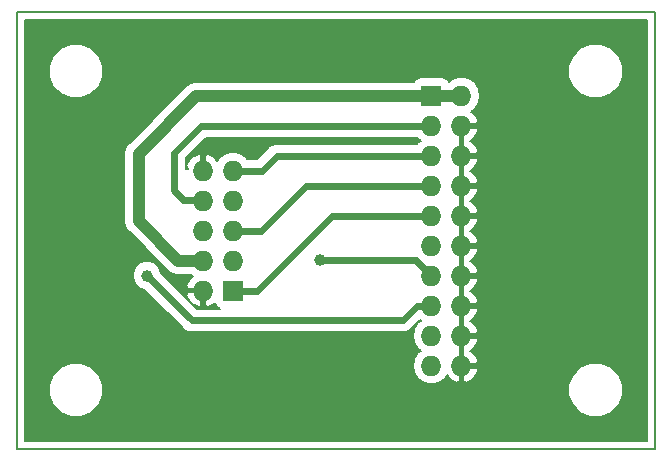
<source format=gbr>
G04 #@! TF.GenerationSoftware,KiCad,Pcbnew,5.0.1-33cea8e~68~ubuntu18.04.1*
G04 #@! TF.CreationDate,2018-10-27T22:05:29+03:00*
G04 #@! TF.ProjectId,BUS-BLASTER-AVR,4255532D424C41535445522D4156522E,v1.0*
G04 #@! TF.SameCoordinates,Original*
G04 #@! TF.FileFunction,Copper,L1,Top,Signal*
G04 #@! TF.FilePolarity,Positive*
%FSLAX46Y46*%
G04 Gerber Fmt 4.6, Leading zero omitted, Abs format (unit mm)*
G04 Created by KiCad (PCBNEW 5.0.1-33cea8e~68~ubuntu18.04.1) date la 27. lokakuuta 2018 22.05.29*
%MOMM*%
%LPD*%
G01*
G04 APERTURE LIST*
G04 #@! TA.AperFunction,NonConductor*
%ADD10C,0.150000*%
G04 #@! TD*
G04 #@! TA.AperFunction,ComponentPad*
%ADD11R,1.727200X1.727200*%
G04 #@! TD*
G04 #@! TA.AperFunction,ComponentPad*
%ADD12O,1.727200X1.727200*%
G04 #@! TD*
G04 #@! TA.AperFunction,ViaPad*
%ADD13C,1.000000*%
G04 #@! TD*
G04 #@! TA.AperFunction,Conductor*
%ADD14C,0.600000*%
G04 #@! TD*
G04 #@! TA.AperFunction,Conductor*
%ADD15C,1.000000*%
G04 #@! TD*
G04 #@! TA.AperFunction,Conductor*
%ADD16C,0.200000*%
G04 #@! TD*
G04 APERTURE END LIST*
D10*
X48000000Y-50000000D02*
X102000000Y-50000000D01*
X102000000Y-87000000D02*
X102000000Y-50000000D01*
X48000000Y-87000000D02*
X102000000Y-87000000D01*
X48000000Y-50000000D02*
X48000000Y-87000000D01*
D11*
G04 #@! TO.P,J1,1*
G04 #@! TO.N,TCK*
X66300000Y-73580000D03*
D12*
G04 #@! TO.P,J1,2*
G04 #@! TO.N,GND*
X63760000Y-73580000D03*
G04 #@! TO.P,J1,3*
G04 #@! TO.N,TDO*
X66300000Y-71040000D03*
G04 #@! TO.P,J1,4*
G04 #@! TO.N,VREF*
X63760000Y-71040000D03*
G04 #@! TO.P,J1,5*
G04 #@! TO.N,TMS*
X66300000Y-68500000D03*
G04 #@! TO.P,J1,6*
G04 #@! TO.N,nSRST*
X63760000Y-68500000D03*
G04 #@! TO.P,J1,7*
G04 #@! TO.N,Net-(J1-Pad7)*
X66300000Y-65960000D03*
G04 #@! TO.P,J1,8*
G04 #@! TO.N,nTRST*
X63760000Y-65960000D03*
G04 #@! TO.P,J1,9*
G04 #@! TO.N,TDI*
X66300000Y-63420000D03*
G04 #@! TO.P,J1,10*
G04 #@! TO.N,GND*
X63760000Y-63420000D03*
G04 #@! TD*
D11*
G04 #@! TO.P,J2,1*
G04 #@! TO.N,VREF*
X83100000Y-57080000D03*
D12*
G04 #@! TO.P,J2,2*
X85640000Y-57080000D03*
G04 #@! TO.P,J2,3*
G04 #@! TO.N,nTRST*
X83100000Y-59620000D03*
G04 #@! TO.P,J2,4*
G04 #@! TO.N,GND*
X85640000Y-59620000D03*
G04 #@! TO.P,J2,5*
G04 #@! TO.N,TDI*
X83100000Y-62160000D03*
G04 #@! TO.P,J2,6*
G04 #@! TO.N,GND*
X85640000Y-62160000D03*
G04 #@! TO.P,J2,7*
G04 #@! TO.N,TMS*
X83100000Y-64700000D03*
G04 #@! TO.P,J2,8*
G04 #@! TO.N,GND*
X85640000Y-64700000D03*
G04 #@! TO.P,J2,9*
G04 #@! TO.N,TCK*
X83100000Y-67240000D03*
G04 #@! TO.P,J2,10*
G04 #@! TO.N,GND*
X85640000Y-67240000D03*
G04 #@! TO.P,J2,11*
G04 #@! TO.N,Net-(J2-Pad11)*
X83100000Y-69780000D03*
G04 #@! TO.P,J2,12*
G04 #@! TO.N,GND*
X85640000Y-69780000D03*
G04 #@! TO.P,J2,13*
G04 #@! TO.N,TDO*
X83100000Y-72320000D03*
G04 #@! TO.P,J2,14*
G04 #@! TO.N,GND*
X85640000Y-72320000D03*
G04 #@! TO.P,J2,15*
G04 #@! TO.N,nSRST*
X83100000Y-74860000D03*
G04 #@! TO.P,J2,16*
G04 #@! TO.N,GND*
X85640000Y-74860000D03*
G04 #@! TO.P,J2,17*
G04 #@! TO.N,Net-(J2-Pad17)*
X83100000Y-77400000D03*
G04 #@! TO.P,J2,18*
G04 #@! TO.N,GND*
X85640000Y-77400000D03*
G04 #@! TO.P,J2,19*
G04 #@! TO.N,Net-(J2-Pad19)*
X83100000Y-79940000D03*
G04 #@! TO.P,J2,20*
G04 #@! TO.N,GND*
X85640000Y-79940000D03*
G04 #@! TD*
D13*
G04 #@! TO.N,GND*
X67800000Y-61300000D03*
G04 #@! TO.N,TDO*
X73700000Y-71000000D03*
G04 #@! TO.N,nSRST*
X59000000Y-72300000D03*
G04 #@! TD*
D14*
G04 #@! TO.N,TCK*
X83100000Y-67260000D02*
X74640000Y-67260000D01*
X74640000Y-67260000D02*
X68320000Y-73580000D01*
X68320000Y-73580000D02*
X66300000Y-73580000D01*
G04 #@! TO.N,TDO*
X81760000Y-71000000D02*
X73700000Y-71000000D01*
X83100000Y-72340000D02*
X81760000Y-71000000D01*
D15*
G04 #@! TO.N,VREF*
X83100000Y-57100000D02*
X63200000Y-57100000D01*
X63200000Y-57100000D02*
X58300000Y-62000000D01*
X58300000Y-62000000D02*
X58300000Y-67700000D01*
X61640000Y-71040000D02*
X63760000Y-71040000D01*
X58300000Y-67700000D02*
X61640000Y-71040000D01*
X83100000Y-57100000D02*
X85640000Y-57100000D01*
D14*
G04 #@! TO.N,TMS*
X83100000Y-64720000D02*
X72480000Y-64720000D01*
X72480000Y-64720000D02*
X68700000Y-68500000D01*
X68700000Y-68500000D02*
X66300000Y-68500000D01*
G04 #@! TO.N,nSRST*
X80658686Y-76100000D02*
X62800000Y-76100000D01*
X62800000Y-76100000D02*
X59000000Y-72300000D01*
X83100000Y-74880000D02*
X81878686Y-74880000D01*
X81878686Y-74880000D02*
X80658686Y-76100000D01*
G04 #@! TO.N,nTRST*
X62100000Y-65900000D02*
X63700000Y-65900000D01*
X61300000Y-65100000D02*
X62100000Y-65900000D01*
X61300000Y-61900000D02*
X61300000Y-65100000D01*
X83100000Y-59640000D02*
X63560000Y-59640000D01*
X63700000Y-65900000D02*
X63760000Y-65960000D01*
X63560000Y-59640000D02*
X61300000Y-61900000D01*
G04 #@! TO.N,TDI*
X83100000Y-62180000D02*
X70020000Y-62180000D01*
X70020000Y-62180000D02*
X68780000Y-63420000D01*
X68780000Y-63420000D02*
X66300000Y-63420000D01*
G04 #@! TD*
D16*
G04 #@! TO.N,GND*
G36*
X101325000Y-86325000D02*
X48675000Y-86325000D01*
X48675000Y-81542501D01*
X50700000Y-81542501D01*
X50700000Y-82457499D01*
X51050154Y-83302846D01*
X51697154Y-83949846D01*
X52542501Y-84300000D01*
X53457499Y-84300000D01*
X54302846Y-83949846D01*
X54949846Y-83302846D01*
X55300000Y-82457499D01*
X55300000Y-81542501D01*
X94700000Y-81542501D01*
X94700000Y-82457499D01*
X95050154Y-83302846D01*
X95697154Y-83949846D01*
X96542501Y-84300000D01*
X97457499Y-84300000D01*
X98302846Y-83949846D01*
X98949846Y-83302846D01*
X99300000Y-82457499D01*
X99300000Y-81542501D01*
X98949846Y-80697154D01*
X98302846Y-80050154D01*
X97457499Y-79700000D01*
X96542501Y-79700000D01*
X95697154Y-80050154D01*
X95050154Y-80697154D01*
X94700000Y-81542501D01*
X55300000Y-81542501D01*
X54949846Y-80697154D01*
X54302846Y-80050154D01*
X53457499Y-79700000D01*
X52542501Y-79700000D01*
X51697154Y-80050154D01*
X51050154Y-80697154D01*
X50700000Y-81542501D01*
X48675000Y-81542501D01*
X48675000Y-62000000D01*
X57076491Y-62000000D01*
X57100000Y-62118188D01*
X57100001Y-67581808D01*
X57076491Y-67700000D01*
X57169625Y-68168216D01*
X57169626Y-68168217D01*
X57434849Y-68565152D01*
X57535047Y-68632102D01*
X60707898Y-71804954D01*
X60774848Y-71905152D01*
X61154126Y-72158577D01*
X61171783Y-72170375D01*
X61639999Y-72263509D01*
X61758187Y-72240000D01*
X62741523Y-72240000D01*
X62942144Y-72374050D01*
X62864000Y-72412598D01*
X62485459Y-72844346D01*
X62338589Y-73198951D01*
X62449417Y-73426000D01*
X63606000Y-73426000D01*
X63606000Y-73406000D01*
X63914000Y-73406000D01*
X63914000Y-73426000D01*
X63934000Y-73426000D01*
X63934000Y-73734000D01*
X63914000Y-73734000D01*
X63914000Y-74891532D01*
X64141051Y-75001423D01*
X64656000Y-74747402D01*
X64759611Y-74629228D01*
X64777015Y-74716726D01*
X64931729Y-74948271D01*
X65158807Y-75100000D01*
X63214214Y-75100000D01*
X62075263Y-73961049D01*
X62338589Y-73961049D01*
X62485459Y-74315654D01*
X62864000Y-74747402D01*
X63378949Y-75001423D01*
X63606000Y-74891532D01*
X63606000Y-73734000D01*
X62449417Y-73734000D01*
X62338589Y-73961049D01*
X62075263Y-73961049D01*
X60200000Y-72085788D01*
X60200000Y-72061305D01*
X60017311Y-71620255D01*
X59679745Y-71282689D01*
X59238695Y-71100000D01*
X58761305Y-71100000D01*
X58320255Y-71282689D01*
X57982689Y-71620255D01*
X57800000Y-72061305D01*
X57800000Y-72538695D01*
X57982689Y-72979745D01*
X58320255Y-73317311D01*
X58761305Y-73500000D01*
X58785788Y-73500000D01*
X62023249Y-76737463D01*
X62079040Y-76820960D01*
X62409819Y-77041979D01*
X62701510Y-77100000D01*
X62800000Y-77119591D01*
X62898490Y-77100000D01*
X80560196Y-77100000D01*
X80658686Y-77119591D01*
X80757176Y-77100000D01*
X81048867Y-77041979D01*
X81379646Y-76820960D01*
X81435440Y-76737458D01*
X82100332Y-76072567D01*
X82186286Y-76130000D01*
X81972708Y-76272708D01*
X81627122Y-76789914D01*
X81505768Y-77400000D01*
X81627122Y-78010086D01*
X81972708Y-78527292D01*
X82186286Y-78670000D01*
X81972708Y-78812708D01*
X81627122Y-79329914D01*
X81505768Y-79940000D01*
X81627122Y-80550086D01*
X81972708Y-81067292D01*
X82489914Y-81412878D01*
X82946003Y-81503600D01*
X83253997Y-81503600D01*
X83710086Y-81412878D01*
X84227292Y-81067292D01*
X84435556Y-80755603D01*
X84744000Y-81107402D01*
X85258949Y-81361423D01*
X85486000Y-81251532D01*
X85486000Y-80094000D01*
X85794000Y-80094000D01*
X85794000Y-81251532D01*
X86021051Y-81361423D01*
X86536000Y-81107402D01*
X86914541Y-80675654D01*
X87061411Y-80321049D01*
X86950583Y-80094000D01*
X85794000Y-80094000D01*
X85486000Y-80094000D01*
X85466000Y-80094000D01*
X85466000Y-79786000D01*
X85486000Y-79786000D01*
X85486000Y-77554000D01*
X85794000Y-77554000D01*
X85794000Y-79786000D01*
X86950583Y-79786000D01*
X87061411Y-79558951D01*
X86914541Y-79204346D01*
X86536000Y-78772598D01*
X86328014Y-78670000D01*
X86536000Y-78567402D01*
X86914541Y-78135654D01*
X87061411Y-77781049D01*
X86950583Y-77554000D01*
X85794000Y-77554000D01*
X85486000Y-77554000D01*
X85466000Y-77554000D01*
X85466000Y-77246000D01*
X85486000Y-77246000D01*
X85486000Y-75014000D01*
X85794000Y-75014000D01*
X85794000Y-77246000D01*
X86950583Y-77246000D01*
X87061411Y-77018951D01*
X86914541Y-76664346D01*
X86536000Y-76232598D01*
X86328014Y-76130000D01*
X86536000Y-76027402D01*
X86914541Y-75595654D01*
X87061411Y-75241049D01*
X86950583Y-75014000D01*
X85794000Y-75014000D01*
X85486000Y-75014000D01*
X85466000Y-75014000D01*
X85466000Y-74706000D01*
X85486000Y-74706000D01*
X85486000Y-72474000D01*
X85794000Y-72474000D01*
X85794000Y-74706000D01*
X86950583Y-74706000D01*
X87061411Y-74478951D01*
X86914541Y-74124346D01*
X86536000Y-73692598D01*
X86328014Y-73590000D01*
X86536000Y-73487402D01*
X86914541Y-73055654D01*
X87061411Y-72701049D01*
X86950583Y-72474000D01*
X85794000Y-72474000D01*
X85486000Y-72474000D01*
X85466000Y-72474000D01*
X85466000Y-72166000D01*
X85486000Y-72166000D01*
X85486000Y-69934000D01*
X85794000Y-69934000D01*
X85794000Y-72166000D01*
X86950583Y-72166000D01*
X87061411Y-71938951D01*
X86914541Y-71584346D01*
X86536000Y-71152598D01*
X86328014Y-71050000D01*
X86536000Y-70947402D01*
X86914541Y-70515654D01*
X87061411Y-70161049D01*
X86950583Y-69934000D01*
X85794000Y-69934000D01*
X85486000Y-69934000D01*
X85466000Y-69934000D01*
X85466000Y-69626000D01*
X85486000Y-69626000D01*
X85486000Y-67394000D01*
X85794000Y-67394000D01*
X85794000Y-69626000D01*
X86950583Y-69626000D01*
X87061411Y-69398951D01*
X86914541Y-69044346D01*
X86536000Y-68612598D01*
X86328014Y-68510000D01*
X86536000Y-68407402D01*
X86914541Y-67975654D01*
X87061411Y-67621049D01*
X86950583Y-67394000D01*
X85794000Y-67394000D01*
X85486000Y-67394000D01*
X85466000Y-67394000D01*
X85466000Y-67086000D01*
X85486000Y-67086000D01*
X85486000Y-64854000D01*
X85794000Y-64854000D01*
X85794000Y-67086000D01*
X86950583Y-67086000D01*
X87061411Y-66858951D01*
X86914541Y-66504346D01*
X86536000Y-66072598D01*
X86328014Y-65970000D01*
X86536000Y-65867402D01*
X86914541Y-65435654D01*
X87061411Y-65081049D01*
X86950583Y-64854000D01*
X85794000Y-64854000D01*
X85486000Y-64854000D01*
X85466000Y-64854000D01*
X85466000Y-64546000D01*
X85486000Y-64546000D01*
X85486000Y-62314000D01*
X85794000Y-62314000D01*
X85794000Y-64546000D01*
X86950583Y-64546000D01*
X87061411Y-64318951D01*
X86914541Y-63964346D01*
X86536000Y-63532598D01*
X86328014Y-63430000D01*
X86536000Y-63327402D01*
X86914541Y-62895654D01*
X87061411Y-62541049D01*
X86950583Y-62314000D01*
X85794000Y-62314000D01*
X85486000Y-62314000D01*
X85466000Y-62314000D01*
X85466000Y-62006000D01*
X85486000Y-62006000D01*
X85486000Y-59774000D01*
X85794000Y-59774000D01*
X85794000Y-62006000D01*
X86950583Y-62006000D01*
X87061411Y-61778951D01*
X86914541Y-61424346D01*
X86536000Y-60992598D01*
X86328014Y-60890000D01*
X86536000Y-60787402D01*
X86914541Y-60355654D01*
X87061411Y-60001049D01*
X86950583Y-59774000D01*
X85794000Y-59774000D01*
X85486000Y-59774000D01*
X85466000Y-59774000D01*
X85466000Y-59466000D01*
X85486000Y-59466000D01*
X85486000Y-59446000D01*
X85794000Y-59446000D01*
X85794000Y-59466000D01*
X86950583Y-59466000D01*
X87061411Y-59238951D01*
X86914541Y-58884346D01*
X86536000Y-58452598D01*
X86457856Y-58414050D01*
X86767292Y-58207292D01*
X87112878Y-57690086D01*
X87234232Y-57080000D01*
X87112878Y-56469914D01*
X86767292Y-55952708D01*
X86250086Y-55607122D01*
X85793997Y-55516400D01*
X85486003Y-55516400D01*
X85029914Y-55607122D01*
X84593305Y-55898855D01*
X84468271Y-55711729D01*
X84236726Y-55557015D01*
X83963600Y-55502687D01*
X82236400Y-55502687D01*
X81963274Y-55557015D01*
X81731729Y-55711729D01*
X81605930Y-55900000D01*
X63318186Y-55900000D01*
X63199999Y-55876491D01*
X63081813Y-55900000D01*
X63081812Y-55900000D01*
X62731783Y-55969625D01*
X62334848Y-56234848D01*
X62267898Y-56335046D01*
X57535049Y-61067896D01*
X57434848Y-61134848D01*
X57184301Y-61509820D01*
X57169625Y-61531784D01*
X57076491Y-62000000D01*
X48675000Y-62000000D01*
X48675000Y-54542501D01*
X50700000Y-54542501D01*
X50700000Y-55457499D01*
X51050154Y-56302846D01*
X51697154Y-56949846D01*
X52542501Y-57300000D01*
X53457499Y-57300000D01*
X54302846Y-56949846D01*
X54949846Y-56302846D01*
X55300000Y-55457499D01*
X55300000Y-54542501D01*
X94700000Y-54542501D01*
X94700000Y-55457499D01*
X95050154Y-56302846D01*
X95697154Y-56949846D01*
X96542501Y-57300000D01*
X97457499Y-57300000D01*
X98302846Y-56949846D01*
X98949846Y-56302846D01*
X99300000Y-55457499D01*
X99300000Y-54542501D01*
X98949846Y-53697154D01*
X98302846Y-53050154D01*
X97457499Y-52700000D01*
X96542501Y-52700000D01*
X95697154Y-53050154D01*
X95050154Y-53697154D01*
X94700000Y-54542501D01*
X55300000Y-54542501D01*
X54949846Y-53697154D01*
X54302846Y-53050154D01*
X53457499Y-52700000D01*
X52542501Y-52700000D01*
X51697154Y-53050154D01*
X51050154Y-53697154D01*
X50700000Y-54542501D01*
X48675000Y-54542501D01*
X48675000Y-50675000D01*
X101325001Y-50675000D01*
X101325000Y-86325000D01*
X101325000Y-86325000D01*
G37*
X101325000Y-86325000D02*
X48675000Y-86325000D01*
X48675000Y-81542501D01*
X50700000Y-81542501D01*
X50700000Y-82457499D01*
X51050154Y-83302846D01*
X51697154Y-83949846D01*
X52542501Y-84300000D01*
X53457499Y-84300000D01*
X54302846Y-83949846D01*
X54949846Y-83302846D01*
X55300000Y-82457499D01*
X55300000Y-81542501D01*
X94700000Y-81542501D01*
X94700000Y-82457499D01*
X95050154Y-83302846D01*
X95697154Y-83949846D01*
X96542501Y-84300000D01*
X97457499Y-84300000D01*
X98302846Y-83949846D01*
X98949846Y-83302846D01*
X99300000Y-82457499D01*
X99300000Y-81542501D01*
X98949846Y-80697154D01*
X98302846Y-80050154D01*
X97457499Y-79700000D01*
X96542501Y-79700000D01*
X95697154Y-80050154D01*
X95050154Y-80697154D01*
X94700000Y-81542501D01*
X55300000Y-81542501D01*
X54949846Y-80697154D01*
X54302846Y-80050154D01*
X53457499Y-79700000D01*
X52542501Y-79700000D01*
X51697154Y-80050154D01*
X51050154Y-80697154D01*
X50700000Y-81542501D01*
X48675000Y-81542501D01*
X48675000Y-62000000D01*
X57076491Y-62000000D01*
X57100000Y-62118188D01*
X57100001Y-67581808D01*
X57076491Y-67700000D01*
X57169625Y-68168216D01*
X57169626Y-68168217D01*
X57434849Y-68565152D01*
X57535047Y-68632102D01*
X60707898Y-71804954D01*
X60774848Y-71905152D01*
X61154126Y-72158577D01*
X61171783Y-72170375D01*
X61639999Y-72263509D01*
X61758187Y-72240000D01*
X62741523Y-72240000D01*
X62942144Y-72374050D01*
X62864000Y-72412598D01*
X62485459Y-72844346D01*
X62338589Y-73198951D01*
X62449417Y-73426000D01*
X63606000Y-73426000D01*
X63606000Y-73406000D01*
X63914000Y-73406000D01*
X63914000Y-73426000D01*
X63934000Y-73426000D01*
X63934000Y-73734000D01*
X63914000Y-73734000D01*
X63914000Y-74891532D01*
X64141051Y-75001423D01*
X64656000Y-74747402D01*
X64759611Y-74629228D01*
X64777015Y-74716726D01*
X64931729Y-74948271D01*
X65158807Y-75100000D01*
X63214214Y-75100000D01*
X62075263Y-73961049D01*
X62338589Y-73961049D01*
X62485459Y-74315654D01*
X62864000Y-74747402D01*
X63378949Y-75001423D01*
X63606000Y-74891532D01*
X63606000Y-73734000D01*
X62449417Y-73734000D01*
X62338589Y-73961049D01*
X62075263Y-73961049D01*
X60200000Y-72085788D01*
X60200000Y-72061305D01*
X60017311Y-71620255D01*
X59679745Y-71282689D01*
X59238695Y-71100000D01*
X58761305Y-71100000D01*
X58320255Y-71282689D01*
X57982689Y-71620255D01*
X57800000Y-72061305D01*
X57800000Y-72538695D01*
X57982689Y-72979745D01*
X58320255Y-73317311D01*
X58761305Y-73500000D01*
X58785788Y-73500000D01*
X62023249Y-76737463D01*
X62079040Y-76820960D01*
X62409819Y-77041979D01*
X62701510Y-77100000D01*
X62800000Y-77119591D01*
X62898490Y-77100000D01*
X80560196Y-77100000D01*
X80658686Y-77119591D01*
X80757176Y-77100000D01*
X81048867Y-77041979D01*
X81379646Y-76820960D01*
X81435440Y-76737458D01*
X82100332Y-76072567D01*
X82186286Y-76130000D01*
X81972708Y-76272708D01*
X81627122Y-76789914D01*
X81505768Y-77400000D01*
X81627122Y-78010086D01*
X81972708Y-78527292D01*
X82186286Y-78670000D01*
X81972708Y-78812708D01*
X81627122Y-79329914D01*
X81505768Y-79940000D01*
X81627122Y-80550086D01*
X81972708Y-81067292D01*
X82489914Y-81412878D01*
X82946003Y-81503600D01*
X83253997Y-81503600D01*
X83710086Y-81412878D01*
X84227292Y-81067292D01*
X84435556Y-80755603D01*
X84744000Y-81107402D01*
X85258949Y-81361423D01*
X85486000Y-81251532D01*
X85486000Y-80094000D01*
X85794000Y-80094000D01*
X85794000Y-81251532D01*
X86021051Y-81361423D01*
X86536000Y-81107402D01*
X86914541Y-80675654D01*
X87061411Y-80321049D01*
X86950583Y-80094000D01*
X85794000Y-80094000D01*
X85486000Y-80094000D01*
X85466000Y-80094000D01*
X85466000Y-79786000D01*
X85486000Y-79786000D01*
X85486000Y-77554000D01*
X85794000Y-77554000D01*
X85794000Y-79786000D01*
X86950583Y-79786000D01*
X87061411Y-79558951D01*
X86914541Y-79204346D01*
X86536000Y-78772598D01*
X86328014Y-78670000D01*
X86536000Y-78567402D01*
X86914541Y-78135654D01*
X87061411Y-77781049D01*
X86950583Y-77554000D01*
X85794000Y-77554000D01*
X85486000Y-77554000D01*
X85466000Y-77554000D01*
X85466000Y-77246000D01*
X85486000Y-77246000D01*
X85486000Y-75014000D01*
X85794000Y-75014000D01*
X85794000Y-77246000D01*
X86950583Y-77246000D01*
X87061411Y-77018951D01*
X86914541Y-76664346D01*
X86536000Y-76232598D01*
X86328014Y-76130000D01*
X86536000Y-76027402D01*
X86914541Y-75595654D01*
X87061411Y-75241049D01*
X86950583Y-75014000D01*
X85794000Y-75014000D01*
X85486000Y-75014000D01*
X85466000Y-75014000D01*
X85466000Y-74706000D01*
X85486000Y-74706000D01*
X85486000Y-72474000D01*
X85794000Y-72474000D01*
X85794000Y-74706000D01*
X86950583Y-74706000D01*
X87061411Y-74478951D01*
X86914541Y-74124346D01*
X86536000Y-73692598D01*
X86328014Y-73590000D01*
X86536000Y-73487402D01*
X86914541Y-73055654D01*
X87061411Y-72701049D01*
X86950583Y-72474000D01*
X85794000Y-72474000D01*
X85486000Y-72474000D01*
X85466000Y-72474000D01*
X85466000Y-72166000D01*
X85486000Y-72166000D01*
X85486000Y-69934000D01*
X85794000Y-69934000D01*
X85794000Y-72166000D01*
X86950583Y-72166000D01*
X87061411Y-71938951D01*
X86914541Y-71584346D01*
X86536000Y-71152598D01*
X86328014Y-71050000D01*
X86536000Y-70947402D01*
X86914541Y-70515654D01*
X87061411Y-70161049D01*
X86950583Y-69934000D01*
X85794000Y-69934000D01*
X85486000Y-69934000D01*
X85466000Y-69934000D01*
X85466000Y-69626000D01*
X85486000Y-69626000D01*
X85486000Y-67394000D01*
X85794000Y-67394000D01*
X85794000Y-69626000D01*
X86950583Y-69626000D01*
X87061411Y-69398951D01*
X86914541Y-69044346D01*
X86536000Y-68612598D01*
X86328014Y-68510000D01*
X86536000Y-68407402D01*
X86914541Y-67975654D01*
X87061411Y-67621049D01*
X86950583Y-67394000D01*
X85794000Y-67394000D01*
X85486000Y-67394000D01*
X85466000Y-67394000D01*
X85466000Y-67086000D01*
X85486000Y-67086000D01*
X85486000Y-64854000D01*
X85794000Y-64854000D01*
X85794000Y-67086000D01*
X86950583Y-67086000D01*
X87061411Y-66858951D01*
X86914541Y-66504346D01*
X86536000Y-66072598D01*
X86328014Y-65970000D01*
X86536000Y-65867402D01*
X86914541Y-65435654D01*
X87061411Y-65081049D01*
X86950583Y-64854000D01*
X85794000Y-64854000D01*
X85486000Y-64854000D01*
X85466000Y-64854000D01*
X85466000Y-64546000D01*
X85486000Y-64546000D01*
X85486000Y-62314000D01*
X85794000Y-62314000D01*
X85794000Y-64546000D01*
X86950583Y-64546000D01*
X87061411Y-64318951D01*
X86914541Y-63964346D01*
X86536000Y-63532598D01*
X86328014Y-63430000D01*
X86536000Y-63327402D01*
X86914541Y-62895654D01*
X87061411Y-62541049D01*
X86950583Y-62314000D01*
X85794000Y-62314000D01*
X85486000Y-62314000D01*
X85466000Y-62314000D01*
X85466000Y-62006000D01*
X85486000Y-62006000D01*
X85486000Y-59774000D01*
X85794000Y-59774000D01*
X85794000Y-62006000D01*
X86950583Y-62006000D01*
X87061411Y-61778951D01*
X86914541Y-61424346D01*
X86536000Y-60992598D01*
X86328014Y-60890000D01*
X86536000Y-60787402D01*
X86914541Y-60355654D01*
X87061411Y-60001049D01*
X86950583Y-59774000D01*
X85794000Y-59774000D01*
X85486000Y-59774000D01*
X85466000Y-59774000D01*
X85466000Y-59466000D01*
X85486000Y-59466000D01*
X85486000Y-59446000D01*
X85794000Y-59446000D01*
X85794000Y-59466000D01*
X86950583Y-59466000D01*
X87061411Y-59238951D01*
X86914541Y-58884346D01*
X86536000Y-58452598D01*
X86457856Y-58414050D01*
X86767292Y-58207292D01*
X87112878Y-57690086D01*
X87234232Y-57080000D01*
X87112878Y-56469914D01*
X86767292Y-55952708D01*
X86250086Y-55607122D01*
X85793997Y-55516400D01*
X85486003Y-55516400D01*
X85029914Y-55607122D01*
X84593305Y-55898855D01*
X84468271Y-55711729D01*
X84236726Y-55557015D01*
X83963600Y-55502687D01*
X82236400Y-55502687D01*
X81963274Y-55557015D01*
X81731729Y-55711729D01*
X81605930Y-55900000D01*
X63318186Y-55900000D01*
X63199999Y-55876491D01*
X63081813Y-55900000D01*
X63081812Y-55900000D01*
X62731783Y-55969625D01*
X62334848Y-56234848D01*
X62267898Y-56335046D01*
X57535049Y-61067896D01*
X57434848Y-61134848D01*
X57184301Y-61509820D01*
X57169625Y-61531784D01*
X57076491Y-62000000D01*
X48675000Y-62000000D01*
X48675000Y-54542501D01*
X50700000Y-54542501D01*
X50700000Y-55457499D01*
X51050154Y-56302846D01*
X51697154Y-56949846D01*
X52542501Y-57300000D01*
X53457499Y-57300000D01*
X54302846Y-56949846D01*
X54949846Y-56302846D01*
X55300000Y-55457499D01*
X55300000Y-54542501D01*
X94700000Y-54542501D01*
X94700000Y-55457499D01*
X95050154Y-56302846D01*
X95697154Y-56949846D01*
X96542501Y-57300000D01*
X97457499Y-57300000D01*
X98302846Y-56949846D01*
X98949846Y-56302846D01*
X99300000Y-55457499D01*
X99300000Y-54542501D01*
X98949846Y-53697154D01*
X98302846Y-53050154D01*
X97457499Y-52700000D01*
X96542501Y-52700000D01*
X95697154Y-53050154D01*
X95050154Y-53697154D01*
X94700000Y-54542501D01*
X55300000Y-54542501D01*
X54949846Y-53697154D01*
X54302846Y-53050154D01*
X53457499Y-52700000D01*
X52542501Y-52700000D01*
X51697154Y-53050154D01*
X51050154Y-53697154D01*
X50700000Y-54542501D01*
X48675000Y-54542501D01*
X48675000Y-50675000D01*
X101325001Y-50675000D01*
X101325000Y-86325000D01*
G36*
X81972708Y-60747292D02*
X82186286Y-60890000D01*
X81972708Y-61032708D01*
X81874291Y-61180000D01*
X70118490Y-61180000D01*
X70020000Y-61160409D01*
X69921510Y-61180000D01*
X69629819Y-61238021D01*
X69299040Y-61459040D01*
X69243247Y-61542540D01*
X68365788Y-62420000D01*
X67512346Y-62420000D01*
X67427292Y-62292708D01*
X66910086Y-61947122D01*
X66453997Y-61856400D01*
X66146003Y-61856400D01*
X65689914Y-61947122D01*
X65172708Y-62292708D01*
X64964444Y-62604397D01*
X64656000Y-62252598D01*
X64141051Y-61998577D01*
X63914000Y-62108468D01*
X63914000Y-63266000D01*
X63934000Y-63266000D01*
X63934000Y-63574000D01*
X63914000Y-63574000D01*
X63914000Y-63594000D01*
X63606000Y-63594000D01*
X63606000Y-63574000D01*
X63586000Y-63574000D01*
X63586000Y-63266000D01*
X63606000Y-63266000D01*
X63606000Y-62108468D01*
X63378949Y-61998577D01*
X62864000Y-62252598D01*
X62485459Y-62684346D01*
X62338589Y-63038951D01*
X62449416Y-63265998D01*
X62300000Y-63265998D01*
X62300000Y-62314212D01*
X63974213Y-60640000D01*
X81901018Y-60640000D01*
X81972708Y-60747292D01*
X81972708Y-60747292D01*
G37*
X81972708Y-60747292D02*
X82186286Y-60890000D01*
X81972708Y-61032708D01*
X81874291Y-61180000D01*
X70118490Y-61180000D01*
X70020000Y-61160409D01*
X69921510Y-61180000D01*
X69629819Y-61238021D01*
X69299040Y-61459040D01*
X69243247Y-61542540D01*
X68365788Y-62420000D01*
X67512346Y-62420000D01*
X67427292Y-62292708D01*
X66910086Y-61947122D01*
X66453997Y-61856400D01*
X66146003Y-61856400D01*
X65689914Y-61947122D01*
X65172708Y-62292708D01*
X64964444Y-62604397D01*
X64656000Y-62252598D01*
X64141051Y-61998577D01*
X63914000Y-62108468D01*
X63914000Y-63266000D01*
X63934000Y-63266000D01*
X63934000Y-63574000D01*
X63914000Y-63574000D01*
X63914000Y-63594000D01*
X63606000Y-63594000D01*
X63606000Y-63574000D01*
X63586000Y-63574000D01*
X63586000Y-63266000D01*
X63606000Y-63266000D01*
X63606000Y-62108468D01*
X63378949Y-61998577D01*
X62864000Y-62252598D01*
X62485459Y-62684346D01*
X62338589Y-63038951D01*
X62449416Y-63265998D01*
X62300000Y-63265998D01*
X62300000Y-62314212D01*
X63974213Y-60640000D01*
X81901018Y-60640000D01*
X81972708Y-60747292D01*
G04 #@! TD*
M02*

</source>
